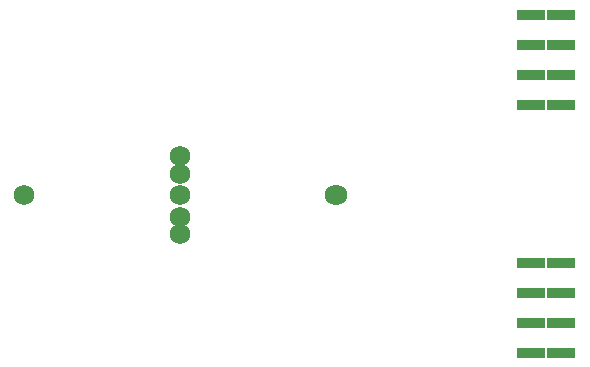
<source format=gbs>
G04*
G04 #@! TF.GenerationSoftware,Altium Limited,Altium Designer,18.1.7 (191)*
G04*
G04 Layer_Color=16711935*
%FSLAX44Y44*%
%MOMM*%
G71*
G01*
G75*
%ADD17R,2.4932X0.9632*%
%ADD18C,1.7272*%
D17*
X297300Y153100D02*
D03*
X322700D02*
D03*
X297300Y127700D02*
D03*
X322700D02*
D03*
X297300Y102300D02*
D03*
X322700D02*
D03*
X297300Y76900D02*
D03*
X322700D02*
D03*
Y-133100D02*
D03*
X297300D02*
D03*
X322700Y-107700D02*
D03*
X297300D02*
D03*
X322700Y-82300D02*
D03*
X297300D02*
D03*
X322700Y-56900D02*
D03*
X297300D02*
D03*
D18*
X133000Y0D02*
D03*
X0Y33000D02*
D03*
Y18000D02*
D03*
Y-18000D02*
D03*
Y-33000D02*
D03*
X131500Y-0D02*
D03*
X0Y0D02*
D03*
X-132000D02*
D03*
M02*

</source>
